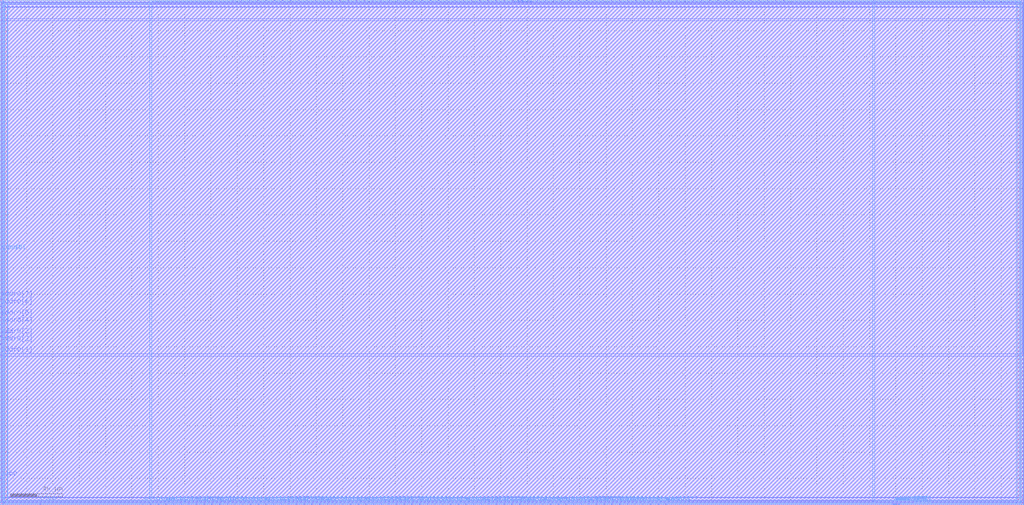
<source format=lef>
VERSION 5.4 ;
NAMESCASESENSITIVE ON ;
BUSBITCHARS "[]" ;
DIVIDERCHAR "/" ;

MACRO sky130_sram_1r1w0rw_68x256
   CLASS BLOCK ;
   SIZE 777.18 BY 383.405 ;
   SYMMETRY X Y R90 ;
   PIN din0[0]
      DIRECTION INPUT ;
      PORT
         LAYER met4 ;
         RECT  113.94 0.0 114.32 0.38 ;
      END
   END din0[0]
   PIN din0[1]
      DIRECTION INPUT ;
      PORT
         LAYER met4 ;
         RECT  119.78 0.0 120.16 0.38 ;
      END
   END din0[1]
   PIN din0[2]
      DIRECTION INPUT ;
      PORT
         LAYER met4 ;
         RECT  125.62 0.0 126.0 0.38 ;
      END
   END din0[2]
   PIN din0[3]
      DIRECTION INPUT ;
      PORT
         LAYER met4 ;
         RECT  131.46 0.0 131.84 0.38 ;
      END
   END din0[3]
   PIN din0[4]
      DIRECTION INPUT ;
      PORT
         LAYER met4 ;
         RECT  137.3 0.0 137.68 0.38 ;
      END
   END din0[4]
   PIN din0[5]
      DIRECTION INPUT ;
      PORT
         LAYER met4 ;
         RECT  143.14 0.0 143.52 0.38 ;
      END
   END din0[5]
   PIN din0[6]
      DIRECTION INPUT ;
      PORT
         LAYER met4 ;
         RECT  148.98 0.0 149.36 0.38 ;
      END
   END din0[6]
   PIN din0[7]
      DIRECTION INPUT ;
      PORT
         LAYER met4 ;
         RECT  154.82 0.0 155.2 0.38 ;
      END
   END din0[7]
   PIN din0[8]
      DIRECTION INPUT ;
      PORT
         LAYER met4 ;
         RECT  160.66 0.0 161.04 0.38 ;
      END
   END din0[8]
   PIN din0[9]
      DIRECTION INPUT ;
      PORT
         LAYER met4 ;
         RECT  166.5 0.0 166.88 0.38 ;
      END
   END din0[9]
   PIN din0[10]
      DIRECTION INPUT ;
      PORT
         LAYER met4 ;
         RECT  172.34 0.0 172.72 0.38 ;
      END
   END din0[10]
   PIN din0[11]
      DIRECTION INPUT ;
      PORT
         LAYER met4 ;
         RECT  178.18 0.0 178.56 0.38 ;
      END
   END din0[11]
   PIN din0[12]
      DIRECTION INPUT ;
      PORT
         LAYER met4 ;
         RECT  184.02 0.0 184.4 0.38 ;
      END
   END din0[12]
   PIN din0[13]
      DIRECTION INPUT ;
      PORT
         LAYER met4 ;
         RECT  189.86 0.0 190.24 0.38 ;
      END
   END din0[13]
   PIN din0[14]
      DIRECTION INPUT ;
      PORT
         LAYER met4 ;
         RECT  195.7 0.0 196.08 0.38 ;
      END
   END din0[14]
   PIN din0[15]
      DIRECTION INPUT ;
      PORT
         LAYER met4 ;
         RECT  201.54 0.0 201.92 0.38 ;
      END
   END din0[15]
   PIN din0[16]
      DIRECTION INPUT ;
      PORT
         LAYER met4 ;
         RECT  207.38 0.0 207.76 0.38 ;
      END
   END din0[16]
   PIN din0[17]
      DIRECTION INPUT ;
      PORT
         LAYER met4 ;
         RECT  213.22 0.0 213.6 0.38 ;
      END
   END din0[17]
   PIN din0[18]
      DIRECTION INPUT ;
      PORT
         LAYER met4 ;
         RECT  219.06 0.0 219.44 0.38 ;
      END
   END din0[18]
   PIN din0[19]
      DIRECTION INPUT ;
      PORT
         LAYER met4 ;
         RECT  224.9 0.0 225.28 0.38 ;
      END
   END din0[19]
   PIN din0[20]
      DIRECTION INPUT ;
      PORT
         LAYER met4 ;
         RECT  230.74 0.0 231.12 0.38 ;
      END
   END din0[20]
   PIN din0[21]
      DIRECTION INPUT ;
      PORT
         LAYER met4 ;
         RECT  236.58 0.0 236.96 0.38 ;
      END
   END din0[21]
   PIN din0[22]
      DIRECTION INPUT ;
      PORT
         LAYER met4 ;
         RECT  242.42 0.0 242.8 0.38 ;
      END
   END din0[22]
   PIN din0[23]
      DIRECTION INPUT ;
      PORT
         LAYER met4 ;
         RECT  248.26 0.0 248.64 0.38 ;
      END
   END din0[23]
   PIN din0[24]
      DIRECTION INPUT ;
      PORT
         LAYER met4 ;
         RECT  254.1 0.0 254.48 0.38 ;
      END
   END din0[24]
   PIN din0[25]
      DIRECTION INPUT ;
      PORT
         LAYER met4 ;
         RECT  259.94 0.0 260.32 0.38 ;
      END
   END din0[25]
   PIN din0[26]
      DIRECTION INPUT ;
      PORT
         LAYER met4 ;
         RECT  265.78 0.0 266.16 0.38 ;
      END
   END din0[26]
   PIN din0[27]
      DIRECTION INPUT ;
      PORT
         LAYER met4 ;
         RECT  271.62 0.0 272.0 0.38 ;
      END
   END din0[27]
   PIN din0[28]
      DIRECTION INPUT ;
      PORT
         LAYER met4 ;
         RECT  277.46 0.0 277.84 0.38 ;
      END
   END din0[28]
   PIN din0[29]
      DIRECTION INPUT ;
      PORT
         LAYER met4 ;
         RECT  283.3 0.0 283.68 0.38 ;
      END
   END din0[29]
   PIN din0[30]
      DIRECTION INPUT ;
      PORT
         LAYER met4 ;
         RECT  289.14 0.0 289.52 0.38 ;
      END
   END din0[30]
   PIN din0[31]
      DIRECTION INPUT ;
      PORT
         LAYER met4 ;
         RECT  294.98 0.0 295.36 0.38 ;
      END
   END din0[31]
   PIN din0[32]
      DIRECTION INPUT ;
      PORT
         LAYER met4 ;
         RECT  300.82 0.0 301.2 0.38 ;
      END
   END din0[32]
   PIN din0[33]
      DIRECTION INPUT ;
      PORT
         LAYER met4 ;
         RECT  306.66 0.0 307.04 0.38 ;
      END
   END din0[33]
   PIN din0[34]
      DIRECTION INPUT ;
      PORT
         LAYER met4 ;
         RECT  312.5 0.0 312.88 0.38 ;
      END
   END din0[34]
   PIN din0[35]
      DIRECTION INPUT ;
      PORT
         LAYER met4 ;
         RECT  318.34 0.0 318.72 0.38 ;
      END
   END din0[35]
   PIN din0[36]
      DIRECTION INPUT ;
      PORT
         LAYER met4 ;
         RECT  324.18 0.0 324.56 0.38 ;
      END
   END din0[36]
   PIN din0[37]
      DIRECTION INPUT ;
      PORT
         LAYER met4 ;
         RECT  330.02 0.0 330.4 0.38 ;
      END
   END din0[37]
   PIN din0[38]
      DIRECTION INPUT ;
      PORT
         LAYER met4 ;
         RECT  335.86 0.0 336.24 0.38 ;
      END
   END din0[38]
   PIN din0[39]
      DIRECTION INPUT ;
      PORT
         LAYER met4 ;
         RECT  341.7 0.0 342.08 0.38 ;
      END
   END din0[39]
   PIN din0[40]
      DIRECTION INPUT ;
      PORT
         LAYER met4 ;
         RECT  347.54 0.0 347.92 0.38 ;
      END
   END din0[40]
   PIN din0[41]
      DIRECTION INPUT ;
      PORT
         LAYER met4 ;
         RECT  353.38 0.0 353.76 0.38 ;
      END
   END din0[41]
   PIN din0[42]
      DIRECTION INPUT ;
      PORT
         LAYER met4 ;
         RECT  359.22 0.0 359.6 0.38 ;
      END
   END din0[42]
   PIN din0[43]
      DIRECTION INPUT ;
      PORT
         LAYER met4 ;
         RECT  365.06 0.0 365.44 0.38 ;
      END
   END din0[43]
   PIN din0[44]
      DIRECTION INPUT ;
      PORT
         LAYER met4 ;
         RECT  370.9 0.0 371.28 0.38 ;
      END
   END din0[44]
   PIN din0[45]
      DIRECTION INPUT ;
      PORT
         LAYER met4 ;
         RECT  376.74 0.0 377.12 0.38 ;
      END
   END din0[45]
   PIN din0[46]
      DIRECTION INPUT ;
      PORT
         LAYER met4 ;
         RECT  382.58 0.0 382.96 0.38 ;
      END
   END din0[46]
   PIN din0[47]
      DIRECTION INPUT ;
      PORT
         LAYER met4 ;
         RECT  388.42 0.0 388.8 0.38 ;
      END
   END din0[47]
   PIN din0[48]
      DIRECTION INPUT ;
      PORT
         LAYER met4 ;
         RECT  394.26 0.0 394.64 0.38 ;
      END
   END din0[48]
   PIN din0[49]
      DIRECTION INPUT ;
      PORT
         LAYER met4 ;
         RECT  400.1 0.0 400.48 0.38 ;
      END
   END din0[49]
   PIN din0[50]
      DIRECTION INPUT ;
      PORT
         LAYER met4 ;
         RECT  405.94 0.0 406.32 0.38 ;
      END
   END din0[50]
   PIN din0[51]
      DIRECTION INPUT ;
      PORT
         LAYER met4 ;
         RECT  411.78 0.0 412.16 0.38 ;
      END
   END din0[51]
   PIN din0[52]
      DIRECTION INPUT ;
      PORT
         LAYER met4 ;
         RECT  417.62 0.0 418.0 0.38 ;
      END
   END din0[52]
   PIN din0[53]
      DIRECTION INPUT ;
      PORT
         LAYER met4 ;
         RECT  423.46 0.0 423.84 0.38 ;
      END
   END din0[53]
   PIN din0[54]
      DIRECTION INPUT ;
      PORT
         LAYER met4 ;
         RECT  429.3 0.0 429.68 0.38 ;
      END
   END din0[54]
   PIN din0[55]
      DIRECTION INPUT ;
      PORT
         LAYER met4 ;
         RECT  435.14 0.0 435.52 0.38 ;
      END
   END din0[55]
   PIN din0[56]
      DIRECTION INPUT ;
      PORT
         LAYER met4 ;
         RECT  440.98 0.0 441.36 0.38 ;
      END
   END din0[56]
   PIN din0[57]
      DIRECTION INPUT ;
      PORT
         LAYER met4 ;
         RECT  446.82 0.0 447.2 0.38 ;
      END
   END din0[57]
   PIN din0[58]
      DIRECTION INPUT ;
      PORT
         LAYER met4 ;
         RECT  452.66 0.0 453.04 0.38 ;
      END
   END din0[58]
   PIN din0[59]
      DIRECTION INPUT ;
      PORT
         LAYER met4 ;
         RECT  458.5 0.0 458.88 0.38 ;
      END
   END din0[59]
   PIN din0[60]
      DIRECTION INPUT ;
      PORT
         LAYER met4 ;
         RECT  464.34 0.0 464.72 0.38 ;
      END
   END din0[60]
   PIN din0[61]
      DIRECTION INPUT ;
      PORT
         LAYER met4 ;
         RECT  470.18 0.0 470.56 0.38 ;
      END
   END din0[61]
   PIN din0[62]
      DIRECTION INPUT ;
      PORT
         LAYER met4 ;
         RECT  476.02 0.0 476.4 0.38 ;
      END
   END din0[62]
   PIN din0[63]
      DIRECTION INPUT ;
      PORT
         LAYER met4 ;
         RECT  481.86 0.0 482.24 0.38 ;
      END
   END din0[63]
   PIN din0[64]
      DIRECTION INPUT ;
      PORT
         LAYER met4 ;
         RECT  487.7 0.0 488.08 0.38 ;
      END
   END din0[64]
   PIN din0[65]
      DIRECTION INPUT ;
      PORT
         LAYER met4 ;
         RECT  493.54 0.0 493.92 0.38 ;
      END
   END din0[65]
   PIN din0[66]
      DIRECTION INPUT ;
      PORT
         LAYER met4 ;
         RECT  499.38 0.0 499.76 0.38 ;
      END
   END din0[66]
   PIN din0[67]
      DIRECTION INPUT ;
      PORT
         LAYER met4 ;
         RECT  505.22 0.0 505.6 0.38 ;
      END
   END din0[67]
   PIN addr0[0]
      DIRECTION INPUT ;
      PORT
         LAYER met4 ;
         RECT  108.1 0.0 108.48 0.38 ;
      END
   END addr0[0]
   PIN addr0[1]
      DIRECTION INPUT ;
      PORT
         LAYER met3 ;
         RECT  0.0 113.505 0.38 113.885 ;
      END
   END addr0[1]
   PIN addr0[2]
      DIRECTION INPUT ;
      PORT
         LAYER met3 ;
         RECT  0.0 122.005 0.38 122.385 ;
      END
   END addr0[2]
   PIN addr0[3]
      DIRECTION INPUT ;
      PORT
         LAYER met3 ;
         RECT  0.0 127.875 0.38 128.255 ;
      END
   END addr0[3]
   PIN addr0[4]
      DIRECTION INPUT ;
      PORT
         LAYER met3 ;
         RECT  0.0 136.275 0.38 136.655 ;
      END
   END addr0[4]
   PIN addr0[5]
      DIRECTION INPUT ;
      PORT
         LAYER met3 ;
         RECT  0.0 141.785 0.38 142.165 ;
      END
   END addr0[5]
   PIN addr0[6]
      DIRECTION INPUT ;
      PORT
         LAYER met3 ;
         RECT  0.0 150.285 0.38 150.665 ;
      END
   END addr0[6]
   PIN addr0[7]
      DIRECTION INPUT ;
      PORT
         LAYER met3 ;
         RECT  0.0 155.925 0.38 156.305 ;
      END
   END addr0[7]
   PIN addr1[0]
      DIRECTION INPUT ;
      PORT
         LAYER met4 ;
         RECT  662.86 383.025 663.24 383.405 ;
      END
   END addr1[0]
   PIN addr1[1]
      DIRECTION INPUT ;
      PORT
         LAYER met4 ;
         RECT  677.565 0.0 677.945 0.38 ;
      END
   END addr1[1]
   PIN addr1[2]
      DIRECTION INPUT ;
      PORT
         LAYER met4 ;
         RECT  682.61 0.0 682.99 0.38 ;
      END
   END addr1[2]
   PIN addr1[3]
      DIRECTION INPUT ;
      PORT
         LAYER met4 ;
         RECT  678.255 0.0 678.635 0.38 ;
      END
   END addr1[3]
   PIN addr1[4]
      DIRECTION INPUT ;
      PORT
         LAYER met4 ;
         RECT  681.92 0.0 682.3 0.38 ;
      END
   END addr1[4]
   PIN addr1[5]
      DIRECTION INPUT ;
      PORT
         LAYER met4 ;
         RECT  678.945 0.0 679.325 0.38 ;
      END
   END addr1[5]
   PIN addr1[6]
      DIRECTION INPUT ;
      PORT
         LAYER met4 ;
         RECT  679.635 0.0 680.015 0.38 ;
      END
   END addr1[6]
   PIN addr1[7]
      DIRECTION INPUT ;
      PORT
         LAYER met4 ;
         RECT  680.38 0.0 680.76 0.38 ;
      END
   END addr1[7]
   PIN csb0
      DIRECTION INPUT ;
      PORT
         LAYER met3 ;
         RECT  0.0 19.695 0.38 20.075 ;
      END
   END csb0
   PIN csb1
      DIRECTION INPUT ;
      PORT
         LAYER met3 ;
         RECT  776.8 368.155 777.18 368.535 ;
      END
   END csb1
   PIN clk0
      DIRECTION INPUT ;
      PORT
         LAYER met4 ;
         RECT  30.26 0.0 30.64 0.38 ;
      END
   END clk0
   PIN clk1
      DIRECTION INPUT ;
      PORT
         LAYER met4 ;
         RECT  746.54 383.025 746.92 383.405 ;
      END
   END clk1
   PIN dout1[0]
      DIRECTION OUTPUT ;
      PORT
         LAYER met4 ;
         RECT  176.665 383.025 177.045 383.405 ;
      END
   END dout1[0]
   PIN dout1[1]
      DIRECTION OUTPUT ;
      PORT
         LAYER met4 ;
         RECT  182.905 383.025 183.285 383.405 ;
      END
   END dout1[1]
   PIN dout1[2]
      DIRECTION OUTPUT ;
      PORT
         LAYER met4 ;
         RECT  189.145 383.025 189.525 383.405 ;
      END
   END dout1[2]
   PIN dout1[3]
      DIRECTION OUTPUT ;
      PORT
         LAYER met4 ;
         RECT  195.385 383.025 195.765 383.405 ;
      END
   END dout1[3]
   PIN dout1[4]
      DIRECTION OUTPUT ;
      PORT
         LAYER met4 ;
         RECT  201.625 383.025 202.005 383.405 ;
      END
   END dout1[4]
   PIN dout1[5]
      DIRECTION OUTPUT ;
      PORT
         LAYER met4 ;
         RECT  207.865 383.025 208.245 383.405 ;
      END
   END dout1[5]
   PIN dout1[6]
      DIRECTION OUTPUT ;
      PORT
         LAYER met4 ;
         RECT  214.105 383.025 214.485 383.405 ;
      END
   END dout1[6]
   PIN dout1[7]
      DIRECTION OUTPUT ;
      PORT
         LAYER met4 ;
         RECT  220.345 383.025 220.725 383.405 ;
      END
   END dout1[7]
   PIN dout1[8]
      DIRECTION OUTPUT ;
      PORT
         LAYER met4 ;
         RECT  226.585 383.025 226.965 383.405 ;
      END
   END dout1[8]
   PIN dout1[9]
      DIRECTION OUTPUT ;
      PORT
         LAYER met4 ;
         RECT  232.825 383.025 233.205 383.405 ;
      END
   END dout1[9]
   PIN dout1[10]
      DIRECTION OUTPUT ;
      PORT
         LAYER met4 ;
         RECT  239.065 383.025 239.445 383.405 ;
      END
   END dout1[10]
   PIN dout1[11]
      DIRECTION OUTPUT ;
      PORT
         LAYER met4 ;
         RECT  245.305 383.025 245.685 383.405 ;
      END
   END dout1[11]
   PIN dout1[12]
      DIRECTION OUTPUT ;
      PORT
         LAYER met4 ;
         RECT  251.545 383.025 251.925 383.405 ;
      END
   END dout1[12]
   PIN dout1[13]
      DIRECTION OUTPUT ;
      PORT
         LAYER met4 ;
         RECT  257.785 383.025 258.165 383.405 ;
      END
   END dout1[13]
   PIN dout1[14]
      DIRECTION OUTPUT ;
      PORT
         LAYER met4 ;
         RECT  264.025 383.025 264.405 383.405 ;
      END
   END dout1[14]
   PIN dout1[15]
      DIRECTION OUTPUT ;
      PORT
         LAYER met4 ;
         RECT  270.265 383.025 270.645 383.405 ;
      END
   END dout1[15]
   PIN dout1[16]
      DIRECTION OUTPUT ;
      PORT
         LAYER met4 ;
         RECT  276.505 383.025 276.885 383.405 ;
      END
   END dout1[16]
   PIN dout1[17]
      DIRECTION OUTPUT ;
      PORT
         LAYER met4 ;
         RECT  282.745 383.025 283.125 383.405 ;
      END
   END dout1[17]
   PIN dout1[18]
      DIRECTION OUTPUT ;
      PORT
         LAYER met4 ;
         RECT  288.985 383.025 289.365 383.405 ;
      END
   END dout1[18]
   PIN dout1[19]
      DIRECTION OUTPUT ;
      PORT
         LAYER met4 ;
         RECT  295.225 383.025 295.605 383.405 ;
      END
   END dout1[19]
   PIN dout1[20]
      DIRECTION OUTPUT ;
      PORT
         LAYER met4 ;
         RECT  301.465 383.025 301.845 383.405 ;
      END
   END dout1[20]
   PIN dout1[21]
      DIRECTION OUTPUT ;
      PORT
         LAYER met4 ;
         RECT  307.705 383.025 308.085 383.405 ;
      END
   END dout1[21]
   PIN dout1[22]
      DIRECTION OUTPUT ;
      PORT
         LAYER met4 ;
         RECT  313.945 383.025 314.325 383.405 ;
      END
   END dout1[22]
   PIN dout1[23]
      DIRECTION OUTPUT ;
      PORT
         LAYER met4 ;
         RECT  320.185 383.025 320.565 383.405 ;
      END
   END dout1[23]
   PIN dout1[24]
      DIRECTION OUTPUT ;
      PORT
         LAYER met4 ;
         RECT  326.425 383.025 326.805 383.405 ;
      END
   END dout1[24]
   PIN dout1[25]
      DIRECTION OUTPUT ;
      PORT
         LAYER met4 ;
         RECT  332.665 383.025 333.045 383.405 ;
      END
   END dout1[25]
   PIN dout1[26]
      DIRECTION OUTPUT ;
      PORT
         LAYER met4 ;
         RECT  338.905 383.025 339.285 383.405 ;
      END
   END dout1[26]
   PIN dout1[27]
      DIRECTION OUTPUT ;
      PORT
         LAYER met4 ;
         RECT  345.145 383.025 345.525 383.405 ;
      END
   END dout1[27]
   PIN dout1[28]
      DIRECTION OUTPUT ;
      PORT
         LAYER met4 ;
         RECT  351.385 383.025 351.765 383.405 ;
      END
   END dout1[28]
   PIN dout1[29]
      DIRECTION OUTPUT ;
      PORT
         LAYER met4 ;
         RECT  357.625 383.025 358.005 383.405 ;
      END
   END dout1[29]
   PIN dout1[30]
      DIRECTION OUTPUT ;
      PORT
         LAYER met4 ;
         RECT  363.865 383.025 364.245 383.405 ;
      END
   END dout1[30]
   PIN dout1[31]
      DIRECTION OUTPUT ;
      PORT
         LAYER met4 ;
         RECT  370.105 383.025 370.485 383.405 ;
      END
   END dout1[31]
   PIN dout1[32]
      DIRECTION OUTPUT ;
      PORT
         LAYER met4 ;
         RECT  376.345 383.025 376.725 383.405 ;
      END
   END dout1[32]
   PIN dout1[33]
      DIRECTION OUTPUT ;
      PORT
         LAYER met4 ;
         RECT  382.585 383.025 382.965 383.405 ;
      END
   END dout1[33]
   PIN dout1[34]
      DIRECTION OUTPUT ;
      PORT
         LAYER met4 ;
         RECT  388.825 383.025 389.205 383.405 ;
      END
   END dout1[34]
   PIN dout1[35]
      DIRECTION OUTPUT ;
      PORT
         LAYER met4 ;
         RECT  395.065 383.025 395.445 383.405 ;
      END
   END dout1[35]
   PIN dout1[36]
      DIRECTION OUTPUT ;
      PORT
         LAYER met4 ;
         RECT  401.305 383.025 401.685 383.405 ;
      END
   END dout1[36]
   PIN dout1[37]
      DIRECTION OUTPUT ;
      PORT
         LAYER met4 ;
         RECT  407.545 383.025 407.925 383.405 ;
      END
   END dout1[37]
   PIN dout1[38]
      DIRECTION OUTPUT ;
      PORT
         LAYER met4 ;
         RECT  413.785 383.025 414.165 383.405 ;
      END
   END dout1[38]
   PIN dout1[39]
      DIRECTION OUTPUT ;
      PORT
         LAYER met4 ;
         RECT  420.025 383.025 420.405 383.405 ;
      END
   END dout1[39]
   PIN dout1[40]
      DIRECTION OUTPUT ;
      PORT
         LAYER met4 ;
         RECT  426.265 383.025 426.645 383.405 ;
      END
   END dout1[40]
   PIN dout1[41]
      DIRECTION OUTPUT ;
      PORT
         LAYER met4 ;
         RECT  432.505 383.025 432.885 383.405 ;
      END
   END dout1[41]
   PIN dout1[42]
      DIRECTION OUTPUT ;
      PORT
         LAYER met4 ;
         RECT  438.745 383.025 439.125 383.405 ;
      END
   END dout1[42]
   PIN dout1[43]
      DIRECTION OUTPUT ;
      PORT
         LAYER met4 ;
         RECT  444.985 383.025 445.365 383.405 ;
      END
   END dout1[43]
   PIN dout1[44]
      DIRECTION OUTPUT ;
      PORT
         LAYER met4 ;
         RECT  451.225 383.025 451.605 383.405 ;
      END
   END dout1[44]
   PIN dout1[45]
      DIRECTION OUTPUT ;
      PORT
         LAYER met4 ;
         RECT  457.465 383.025 457.845 383.405 ;
      END
   END dout1[45]
   PIN dout1[46]
      DIRECTION OUTPUT ;
      PORT
         LAYER met4 ;
         RECT  463.705 383.025 464.085 383.405 ;
      END
   END dout1[46]
   PIN dout1[47]
      DIRECTION OUTPUT ;
      PORT
         LAYER met4 ;
         RECT  469.945 383.025 470.325 383.405 ;
      END
   END dout1[47]
   PIN dout1[48]
      DIRECTION OUTPUT ;
      PORT
         LAYER met4 ;
         RECT  476.185 383.025 476.565 383.405 ;
      END
   END dout1[48]
   PIN dout1[49]
      DIRECTION OUTPUT ;
      PORT
         LAYER met4 ;
         RECT  482.425 383.025 482.805 383.405 ;
      END
   END dout1[49]
   PIN dout1[50]
      DIRECTION OUTPUT ;
      PORT
         LAYER met4 ;
         RECT  488.665 383.025 489.045 383.405 ;
      END
   END dout1[50]
   PIN dout1[51]
      DIRECTION OUTPUT ;
      PORT
         LAYER met4 ;
         RECT  494.905 383.025 495.285 383.405 ;
      END
   END dout1[51]
   PIN dout1[52]
      DIRECTION OUTPUT ;
      PORT
         LAYER met4 ;
         RECT  501.145 383.025 501.525 383.405 ;
      END
   END dout1[52]
   PIN dout1[53]
      DIRECTION OUTPUT ;
      PORT
         LAYER met4 ;
         RECT  507.385 383.025 507.765 383.405 ;
      END
   END dout1[53]
   PIN dout1[54]
      DIRECTION OUTPUT ;
      PORT
         LAYER met4 ;
         RECT  513.625 383.025 514.005 383.405 ;
      END
   END dout1[54]
   PIN dout1[55]
      DIRECTION OUTPUT ;
      PORT
         LAYER met4 ;
         RECT  519.865 383.025 520.245 383.405 ;
      END
   END dout1[55]
   PIN dout1[56]
      DIRECTION OUTPUT ;
      PORT
         LAYER met4 ;
         RECT  526.105 383.025 526.485 383.405 ;
      END
   END dout1[56]
   PIN dout1[57]
      DIRECTION OUTPUT ;
      PORT
         LAYER met4 ;
         RECT  532.345 383.025 532.725 383.405 ;
      END
   END dout1[57]
   PIN dout1[58]
      DIRECTION OUTPUT ;
      PORT
         LAYER met4 ;
         RECT  538.585 383.025 538.965 383.405 ;
      END
   END dout1[58]
   PIN dout1[59]
      DIRECTION OUTPUT ;
      PORT
         LAYER met4 ;
         RECT  544.825 383.025 545.205 383.405 ;
      END
   END dout1[59]
   PIN dout1[60]
      DIRECTION OUTPUT ;
      PORT
         LAYER met4 ;
         RECT  551.065 383.025 551.445 383.405 ;
      END
   END dout1[60]
   PIN dout1[61]
      DIRECTION OUTPUT ;
      PORT
         LAYER met4 ;
         RECT  557.305 383.025 557.685 383.405 ;
      END
   END dout1[61]
   PIN dout1[62]
      DIRECTION OUTPUT ;
      PORT
         LAYER met4 ;
         RECT  563.545 383.025 563.925 383.405 ;
      END
   END dout1[62]
   PIN dout1[63]
      DIRECTION OUTPUT ;
      PORT
         LAYER met4 ;
         RECT  569.785 383.025 570.165 383.405 ;
      END
   END dout1[63]
   PIN dout1[64]
      DIRECTION OUTPUT ;
      PORT
         LAYER met4 ;
         RECT  576.025 383.025 576.405 383.405 ;
      END
   END dout1[64]
   PIN dout1[65]
      DIRECTION OUTPUT ;
      PORT
         LAYER met4 ;
         RECT  582.265 383.025 582.645 383.405 ;
      END
   END dout1[65]
   PIN dout1[66]
      DIRECTION OUTPUT ;
      PORT
         LAYER met4 ;
         RECT  588.505 383.025 588.885 383.405 ;
      END
   END dout1[66]
   PIN dout1[67]
      DIRECTION OUTPUT ;
      PORT
         LAYER met4 ;
         RECT  594.745 383.025 595.125 383.405 ;
      END
   END dout1[67]
   PIN vccd1
      DIRECTION INOUT ;
      USE POWER ; 
      SHAPE ABUTMENT ; 
      PORT
         LAYER met3 ;
         RECT  0.0 0.0 777.18 1.74 ;
         LAYER met4 ;
         RECT  775.44 0.0 777.18 383.405 ;
         LAYER met3 ;
         RECT  0.0 381.665 777.18 383.405 ;
         LAYER met4 ;
         RECT  0.0 0.0 1.74 383.405 ;
      END
   END vccd1
   PIN vssd1
      DIRECTION INOUT ;
      USE GROUND ; 
      SHAPE ABUTMENT ; 
      PORT
         LAYER met4 ;
         RECT  771.96 3.48 773.7 379.925 ;
         LAYER met3 ;
         RECT  3.48 3.48 773.7 5.22 ;
         LAYER met4 ;
         RECT  3.48 3.48 5.22 379.925 ;
         LAYER met3 ;
         RECT  3.48 378.185 773.7 379.925 ;
      END
   END vssd1
   OBS
   LAYER  met1 ;
      RECT  0.62 0.62 776.56 382.785 ;
   LAYER  met2 ;
      RECT  0.62 0.62 776.56 382.785 ;
   LAYER  met3 ;
      RECT  0.98 112.905 776.56 114.485 ;
      RECT  0.62 114.485 0.98 121.405 ;
      RECT  0.62 122.985 0.98 127.275 ;
      RECT  0.62 128.855 0.98 135.675 ;
      RECT  0.62 137.255 0.98 141.185 ;
      RECT  0.62 142.765 0.98 149.685 ;
      RECT  0.62 151.265 0.98 155.325 ;
      RECT  0.62 20.675 0.98 112.905 ;
      RECT  0.98 114.485 776.2 367.555 ;
      RECT  0.98 367.555 776.2 369.135 ;
      RECT  776.2 114.485 776.56 367.555 ;
      RECT  0.62 2.34 0.98 19.095 ;
      RECT  0.62 156.905 0.98 381.065 ;
      RECT  776.2 369.135 776.56 381.065 ;
      RECT  0.98 2.34 2.88 2.88 ;
      RECT  0.98 2.88 2.88 5.82 ;
      RECT  0.98 5.82 2.88 112.905 ;
      RECT  2.88 2.34 774.3 2.88 ;
      RECT  2.88 5.82 774.3 112.905 ;
      RECT  774.3 2.34 776.56 2.88 ;
      RECT  774.3 2.88 776.56 5.82 ;
      RECT  774.3 5.82 776.56 112.905 ;
      RECT  0.98 369.135 2.88 377.585 ;
      RECT  0.98 377.585 2.88 380.525 ;
      RECT  0.98 380.525 2.88 381.065 ;
      RECT  2.88 369.135 774.3 377.585 ;
      RECT  2.88 380.525 774.3 381.065 ;
      RECT  774.3 369.135 776.2 377.585 ;
      RECT  774.3 377.585 776.2 380.525 ;
      RECT  774.3 380.525 776.2 381.065 ;
   LAYER  met4 ;
      RECT  113.34 0.98 114.92 382.785 ;
      RECT  114.92 0.62 119.18 0.98 ;
      RECT  120.76 0.62 125.02 0.98 ;
      RECT  126.6 0.62 130.86 0.98 ;
      RECT  132.44 0.62 136.7 0.98 ;
      RECT  138.28 0.62 142.54 0.98 ;
      RECT  144.12 0.62 148.38 0.98 ;
      RECT  149.96 0.62 154.22 0.98 ;
      RECT  155.8 0.62 160.06 0.98 ;
      RECT  161.64 0.62 165.9 0.98 ;
      RECT  167.48 0.62 171.74 0.98 ;
      RECT  173.32 0.62 177.58 0.98 ;
      RECT  179.16 0.62 183.42 0.98 ;
      RECT  185.0 0.62 189.26 0.98 ;
      RECT  190.84 0.62 195.1 0.98 ;
      RECT  196.68 0.62 200.94 0.98 ;
      RECT  202.52 0.62 206.78 0.98 ;
      RECT  208.36 0.62 212.62 0.98 ;
      RECT  214.2 0.62 218.46 0.98 ;
      RECT  220.04 0.62 224.3 0.98 ;
      RECT  225.88 0.62 230.14 0.98 ;
      RECT  231.72 0.62 235.98 0.98 ;
      RECT  237.56 0.62 241.82 0.98 ;
      RECT  243.4 0.62 247.66 0.98 ;
      RECT  249.24 0.62 253.5 0.98 ;
      RECT  255.08 0.62 259.34 0.98 ;
      RECT  260.92 0.62 265.18 0.98 ;
      RECT  266.76 0.62 271.02 0.98 ;
      RECT  272.6 0.62 276.86 0.98 ;
      RECT  278.44 0.62 282.7 0.98 ;
      RECT  284.28 0.62 288.54 0.98 ;
      RECT  290.12 0.62 294.38 0.98 ;
      RECT  295.96 0.62 300.22 0.98 ;
      RECT  301.8 0.62 306.06 0.98 ;
      RECT  307.64 0.62 311.9 0.98 ;
      RECT  313.48 0.62 317.74 0.98 ;
      RECT  319.32 0.62 323.58 0.98 ;
      RECT  325.16 0.62 329.42 0.98 ;
      RECT  331.0 0.62 335.26 0.98 ;
      RECT  336.84 0.62 341.1 0.98 ;
      RECT  342.68 0.62 346.94 0.98 ;
      RECT  348.52 0.62 352.78 0.98 ;
      RECT  354.36 0.62 358.62 0.98 ;
      RECT  360.2 0.62 364.46 0.98 ;
      RECT  366.04 0.62 370.3 0.98 ;
      RECT  371.88 0.62 376.14 0.98 ;
      RECT  377.72 0.62 381.98 0.98 ;
      RECT  383.56 0.62 387.82 0.98 ;
      RECT  389.4 0.62 393.66 0.98 ;
      RECT  395.24 0.62 399.5 0.98 ;
      RECT  401.08 0.62 405.34 0.98 ;
      RECT  406.92 0.62 411.18 0.98 ;
      RECT  412.76 0.62 417.02 0.98 ;
      RECT  418.6 0.62 422.86 0.98 ;
      RECT  424.44 0.62 428.7 0.98 ;
      RECT  430.28 0.62 434.54 0.98 ;
      RECT  436.12 0.62 440.38 0.98 ;
      RECT  441.96 0.62 446.22 0.98 ;
      RECT  447.8 0.62 452.06 0.98 ;
      RECT  453.64 0.62 457.9 0.98 ;
      RECT  459.48 0.62 463.74 0.98 ;
      RECT  465.32 0.62 469.58 0.98 ;
      RECT  471.16 0.62 475.42 0.98 ;
      RECT  477.0 0.62 481.26 0.98 ;
      RECT  482.84 0.62 487.1 0.98 ;
      RECT  488.68 0.62 492.94 0.98 ;
      RECT  494.52 0.62 498.78 0.98 ;
      RECT  500.36 0.62 504.62 0.98 ;
      RECT  109.08 0.62 113.34 0.98 ;
      RECT  114.92 0.98 662.26 382.425 ;
      RECT  662.26 0.98 663.84 382.425 ;
      RECT  506.2 0.62 676.965 0.98 ;
      RECT  31.24 0.62 107.5 0.98 ;
      RECT  663.84 382.425 745.94 382.785 ;
      RECT  114.92 382.425 176.065 382.785 ;
      RECT  177.645 382.425 182.305 382.785 ;
      RECT  183.885 382.425 188.545 382.785 ;
      RECT  190.125 382.425 194.785 382.785 ;
      RECT  196.365 382.425 201.025 382.785 ;
      RECT  202.605 382.425 207.265 382.785 ;
      RECT  208.845 382.425 213.505 382.785 ;
      RECT  215.085 382.425 219.745 382.785 ;
      RECT  221.325 382.425 225.985 382.785 ;
      RECT  227.565 382.425 232.225 382.785 ;
      RECT  233.805 382.425 238.465 382.785 ;
      RECT  240.045 382.425 244.705 382.785 ;
      RECT  246.285 382.425 250.945 382.785 ;
      RECT  252.525 382.425 257.185 382.785 ;
      RECT  258.765 382.425 263.425 382.785 ;
      RECT  265.005 382.425 269.665 382.785 ;
      RECT  271.245 382.425 275.905 382.785 ;
      RECT  277.485 382.425 282.145 382.785 ;
      RECT  283.725 382.425 288.385 382.785 ;
      RECT  289.965 382.425 294.625 382.785 ;
      RECT  296.205 382.425 300.865 382.785 ;
      RECT  302.445 382.425 307.105 382.785 ;
      RECT  308.685 382.425 313.345 382.785 ;
      RECT  314.925 382.425 319.585 382.785 ;
      RECT  321.165 382.425 325.825 382.785 ;
      RECT  327.405 382.425 332.065 382.785 ;
      RECT  333.645 382.425 338.305 382.785 ;
      RECT  339.885 382.425 344.545 382.785 ;
      RECT  346.125 382.425 350.785 382.785 ;
      RECT  352.365 382.425 357.025 382.785 ;
      RECT  358.605 382.425 363.265 382.785 ;
      RECT  364.845 382.425 369.505 382.785 ;
      RECT  371.085 382.425 375.745 382.785 ;
      RECT  377.325 382.425 381.985 382.785 ;
      RECT  383.565 382.425 388.225 382.785 ;
      RECT  389.805 382.425 394.465 382.785 ;
      RECT  396.045 382.425 400.705 382.785 ;
      RECT  402.285 382.425 406.945 382.785 ;
      RECT  408.525 382.425 413.185 382.785 ;
      RECT  414.765 382.425 419.425 382.785 ;
      RECT  421.005 382.425 425.665 382.785 ;
      RECT  427.245 382.425 431.905 382.785 ;
      RECT  433.485 382.425 438.145 382.785 ;
      RECT  439.725 382.425 444.385 382.785 ;
      RECT  445.965 382.425 450.625 382.785 ;
      RECT  452.205 382.425 456.865 382.785 ;
      RECT  458.445 382.425 463.105 382.785 ;
      RECT  464.685 382.425 469.345 382.785 ;
      RECT  470.925 382.425 475.585 382.785 ;
      RECT  477.165 382.425 481.825 382.785 ;
      RECT  483.405 382.425 488.065 382.785 ;
      RECT  489.645 382.425 494.305 382.785 ;
      RECT  495.885 382.425 500.545 382.785 ;
      RECT  502.125 382.425 506.785 382.785 ;
      RECT  508.365 382.425 513.025 382.785 ;
      RECT  514.605 382.425 519.265 382.785 ;
      RECT  520.845 382.425 525.505 382.785 ;
      RECT  527.085 382.425 531.745 382.785 ;
      RECT  533.325 382.425 537.985 382.785 ;
      RECT  539.565 382.425 544.225 382.785 ;
      RECT  545.805 382.425 550.465 382.785 ;
      RECT  552.045 382.425 556.705 382.785 ;
      RECT  558.285 382.425 562.945 382.785 ;
      RECT  564.525 382.425 569.185 382.785 ;
      RECT  570.765 382.425 575.425 382.785 ;
      RECT  577.005 382.425 581.665 382.785 ;
      RECT  583.245 382.425 587.905 382.785 ;
      RECT  589.485 382.425 594.145 382.785 ;
      RECT  595.725 382.425 662.26 382.785 ;
      RECT  683.59 0.62 774.84 0.98 ;
      RECT  747.52 382.425 774.84 382.785 ;
      RECT  2.34 0.62 29.66 0.98 ;
      RECT  663.84 0.98 771.36 2.88 ;
      RECT  663.84 2.88 771.36 380.525 ;
      RECT  663.84 380.525 771.36 382.425 ;
      RECT  771.36 0.98 774.3 2.88 ;
      RECT  771.36 380.525 774.3 382.425 ;
      RECT  774.3 0.98 774.84 2.88 ;
      RECT  774.3 2.88 774.84 380.525 ;
      RECT  774.3 380.525 774.84 382.425 ;
      RECT  2.34 0.98 2.88 2.88 ;
      RECT  2.34 2.88 2.88 380.525 ;
      RECT  2.34 380.525 2.88 382.785 ;
      RECT  2.88 0.98 5.82 2.88 ;
      RECT  2.88 380.525 5.82 382.785 ;
      RECT  5.82 0.98 113.34 2.88 ;
      RECT  5.82 2.88 113.34 380.525 ;
      RECT  5.82 380.525 113.34 382.785 ;
   END
END    sky130_sram_1r1w0rw_68x256
END    LIBRARY

</source>
